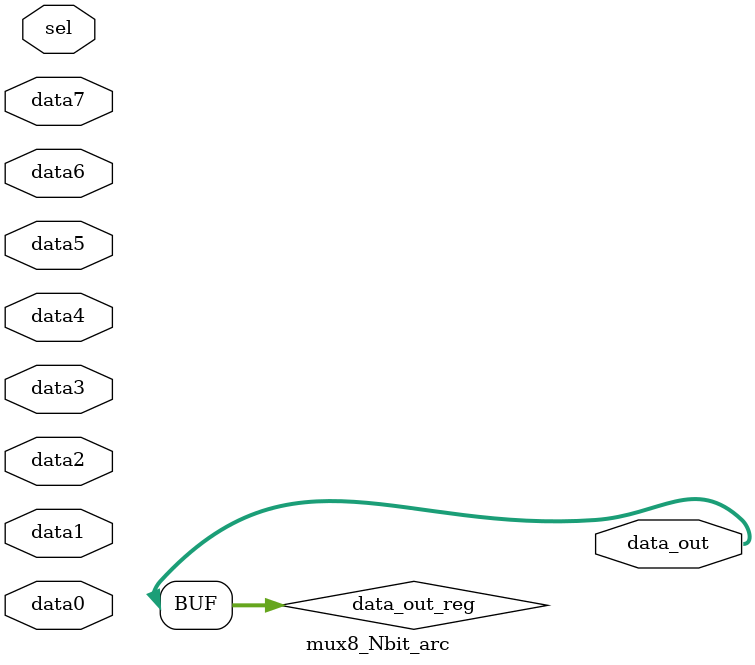
<source format=v>

`resetall
`timescale 1ns/10ps
module mux8_Nbit_arc( 
   // Port Declarations
   input   wire    [16:0]  data0, 
   input   wire    [16:0]  data1, 
   input   wire    [16:0]  data2, 
   input   wire    [16:0]  data3, 
   input   wire    [16:0]  data4, 
   input   wire    [16:0]  data5, 
   input   wire    [16:0]  data6, 
   input   wire    [16:0]  data7, 
   input   wire    [2:0]   sel, 
   output  wire    [16:0]  data_out
);


// Internal Declarations
reg [16:0] data_out_reg;
assign data_out = data_out_reg;
// Internal Declarations



/////////////////////////////////////////////////////////////////
// Flowchart process0
always @ (data0, data1, data2, data3, data4, data5, data6, data7, sel)
begin : process0_flowchart_proc
   case (sel)
   "000" : begin
      data_out_reg<=data0;
   end
   "001" : begin
      data_out_reg<=data1;
   end
   "010" : begin
      data_out_reg<=data2;
   end
   "011" : begin
      data_out_reg<=data3;
   end
   "100" : begin
      data_out_reg<=data4;
   end
   "101" : begin
      data_out_reg<=data5;
   end
   "110" : begin
      data_out_reg<=data6;
   end
   "111" : begin
      data_out_reg<=data7;
   end
   endcase
end

endmodule

</source>
